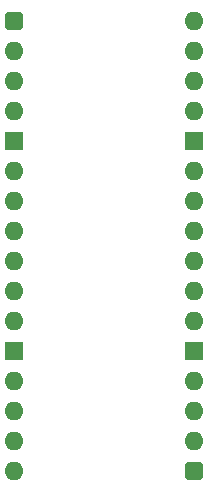
<source format=gbr>
%TF.GenerationSoftware,KiCad,Pcbnew,7.0.5*%
%TF.CreationDate,2023-12-18T15:21:58+02:00*%
%TF.ProjectId,SNES Controller Clock,534e4553-2043-46f6-9e74-726f6c6c6572,rev?*%
%TF.SameCoordinates,Original*%
%TF.FileFunction,Soldermask,Bot*%
%TF.FilePolarity,Negative*%
%FSLAX46Y46*%
G04 Gerber Fmt 4.6, Leading zero omitted, Abs format (unit mm)*
G04 Created by KiCad (PCBNEW 7.0.5) date 2023-12-18 15:21:58*
%MOMM*%
%LPD*%
G01*
G04 APERTURE LIST*
G04 Aperture macros list*
%AMRoundRect*
0 Rectangle with rounded corners*
0 $1 Rounding radius*
0 $2 $3 $4 $5 $6 $7 $8 $9 X,Y pos of 4 corners*
0 Add a 4 corners polygon primitive as box body*
4,1,4,$2,$3,$4,$5,$6,$7,$8,$9,$2,$3,0*
0 Add four circle primitives for the rounded corners*
1,1,$1+$1,$2,$3*
1,1,$1+$1,$4,$5*
1,1,$1+$1,$6,$7*
1,1,$1+$1,$8,$9*
0 Add four rect primitives between the rounded corners*
20,1,$1+$1,$2,$3,$4,$5,0*
20,1,$1+$1,$4,$5,$6,$7,0*
20,1,$1+$1,$6,$7,$8,$9,0*
20,1,$1+$1,$8,$9,$2,$3,0*%
G04 Aperture macros list end*
%ADD10RoundRect,0.400000X-0.400000X-0.400000X0.400000X-0.400000X0.400000X0.400000X-0.400000X0.400000X0*%
%ADD11O,1.600000X1.600000*%
%ADD12R,1.600000X1.600000*%
G04 APERTURE END LIST*
D10*
%TO.C,J2*%
X86360000Y-71120000D03*
D11*
X86360000Y-73660000D03*
X86360000Y-76200000D03*
X86360000Y-78740000D03*
D12*
X86360000Y-81280000D03*
D11*
X86360000Y-83820000D03*
X86360000Y-86360000D03*
X86360000Y-88900000D03*
X86360000Y-91440000D03*
X86360000Y-93980000D03*
X86360000Y-96520000D03*
D12*
X86360000Y-99060000D03*
D11*
X86360000Y-101600000D03*
X86360000Y-104140000D03*
X86360000Y-106680000D03*
X86360000Y-109220000D03*
D10*
X101600000Y-109220000D03*
D11*
X101600000Y-106680000D03*
X101600000Y-104140000D03*
X101600000Y-101600000D03*
D12*
X101600000Y-99060000D03*
D11*
X101600000Y-96520000D03*
X101600000Y-93980000D03*
X101600000Y-91440000D03*
X101600000Y-88900000D03*
X101600000Y-86360000D03*
X101600000Y-83820000D03*
D12*
X101600000Y-81280000D03*
D11*
X101600000Y-78740000D03*
X101600000Y-76200000D03*
X101600000Y-73660000D03*
X101600000Y-71120000D03*
%TD*%
M02*

</source>
